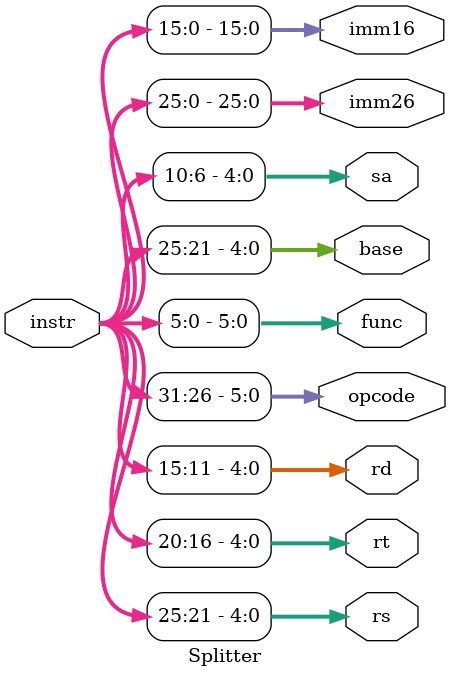
<source format=v>
`timescale 1ns / 1ps
module Splitter(
    input [31:0] instr,
    output [4:0] rs,
    output [4:0] rt,
    output [4:0] rd,
    output [5:0] opcode,
    output [5:0] func,
    output [4:0] base,
    output [4:0] sa,
    output [25:0] imm26,
    output [15:0] imm16
    );
    assign rs = instr[25:21];
    assign rt = instr[20:16];
    assign rd = instr[15:11];
    assign opcode = instr[31:26];
    assign func = instr[5:0];
    assign base = instr[25:21];
    assign sa = instr[10:6];
    assign imm26 = instr[25:0];
    assign imm16 = instr[15:0];

endmodule

</source>
